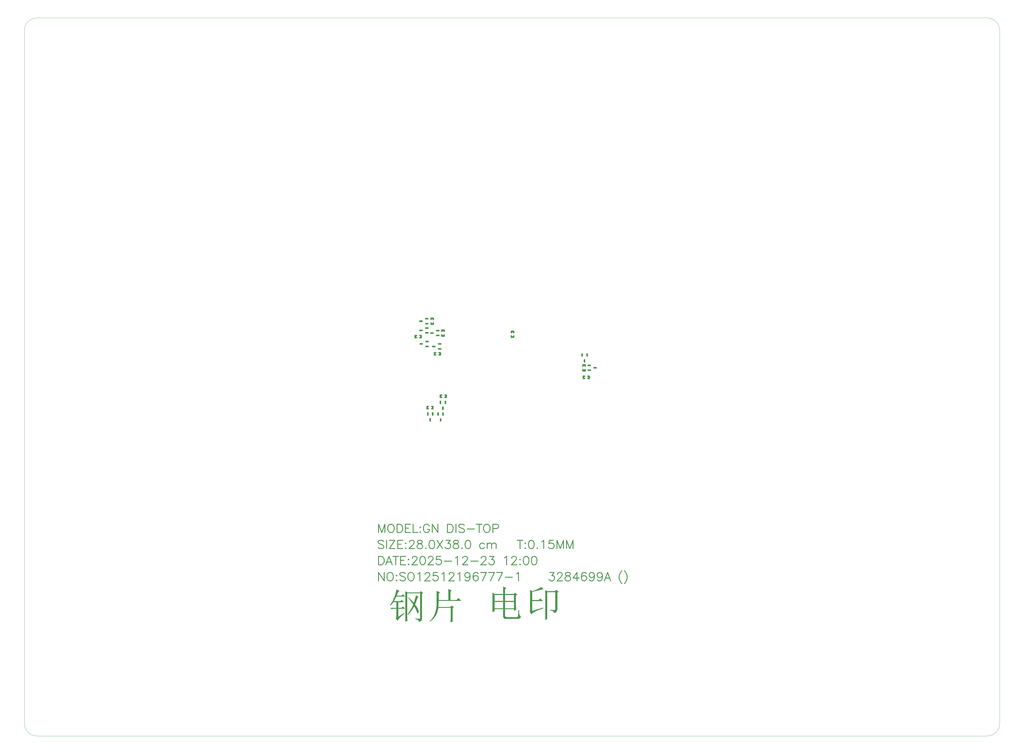
<source format=gbr>
G04 Generated by CircuitCAM Version 4.4*
%FSLAX33Y33*%
%MOMM*%
%ADD10C,0.000000*%
%ADD443C,0.300000*%
%LNSolderPasteTop*%
%LPD*%
G36*
G01X-3535Y-81708D02*
X-3524Y-82094D01*
X-3514Y-82490D01*
X-3507Y-82897D01*
X-3501Y-83313D01*
X-3496Y-83740D01*
X-3494Y-84177D01*
X-3494Y-84625D01*
X-6787Y-84624D01*
X-7660Y-84125D01*
X-7649Y-84608D01*
X-7639Y-85104D01*
X-7632Y-85614D01*
X-7626Y-86138D01*
X-7621Y-86676D01*
X-7619Y-87227D01*
X-7618Y-87791D01*
X-7619Y-88361D01*
X-7621Y-88927D01*
X-7626Y-89490D01*
X-7632Y-90050D01*
X-7639Y-90606D01*
X-7649Y-91159D01*
X-7660Y-91707D01*
X-7658Y-91707D01*
X-6827Y-91291D01*
X-6826Y-90541D01*
X-3494Y-90541D01*
X-3493Y-93207D01*
X-3470Y-93505D01*
X-3399Y-93757D01*
X-3280Y-93964D01*
X-3113Y-94125D01*
X-2899Y-94240D01*
X-2637Y-94310D01*
X-2327Y-94333D01*
X2006Y-94333D01*
X2179Y-94329D01*
X2339Y-94316D01*
X2488Y-94295D01*
X2625Y-94265D01*
X2750Y-94227D01*
X2863Y-94180D01*
X2964Y-94125D01*
X3057Y-94060D01*
X3145Y-93985D01*
X3227Y-93900D01*
X3304Y-93805D01*
X3377Y-93699D01*
X3444Y-93584D01*
X3504Y-93456D01*
X3403Y-93382D01*
X3306Y-93298D01*
X3216Y-93205D01*
X3133Y-93104D01*
X3056Y-92995D01*
X2987Y-92876D01*
X2923Y-92749D01*
X2878Y-92599D01*
X2842Y-92413D01*
X2811Y-92188D01*
X2788Y-91927D01*
X2771Y-91627D01*
X2760Y-91290D01*
X2756Y-90916D01*
X2465Y-90916D01*
X2465Y-90917D01*
X2453Y-91358D01*
X2438Y-91753D01*
X2422Y-92103D01*
X2404Y-92406D01*
X2385Y-92664D01*
X2363Y-92876D01*
X2340Y-93041D01*
X2318Y-93187D01*
X2278Y-93311D01*
X2219Y-93415D01*
X2141Y-93498D01*
X2045Y-93560D01*
X1930Y-93603D01*
X1798Y-93625D01*
X-2035Y-93625D01*
X-2213Y-93613D01*
X-2362Y-93576D01*
X-2486Y-93517D01*
X-2580Y-93432D01*
X-2648Y-93325D01*
X-2689Y-93195D01*
X-2701Y-93041D01*
X-2701Y-90541D01*
X756Y-90541D01*
X757Y-91207D01*
X759Y-91207D01*
X1588Y-90792D01*
X1588Y-90791D01*
X1568Y-90413D01*
X1550Y-89897D01*
X1534Y-89243D01*
X1522Y-88451D01*
X1514Y-87522D01*
X1509Y-86455D01*
X1507Y-85251D01*
X2004Y-84877D01*
X1257Y-84083D01*
X673Y-84625D01*
X-2701Y-84624D01*
X-2701Y-82709D01*
X-2247Y-82290D01*
X-3535Y-81708D01*
G37*
%LPC*%
G36*
G01X756Y-85000D02*
X-2701Y-85000D01*
X-2701Y-87332D01*
X756Y-87333D01*
X756Y-85000D01*
G37*
G36*
G01X-3494Y-85000D02*
X-6826Y-85000D01*
X-6826Y-87332D01*
X-3494Y-87333D01*
X-3494Y-85000D01*
G37*
G36*
G01X756Y-87708D02*
X-2701Y-87708D01*
X-2701Y-90165D01*
X756Y-90166D01*
X756Y-87708D01*
G37*
G36*
G01X-3494Y-87708D02*
X-6826Y-87708D01*
X-6826Y-90165D01*
X-3494Y-90166D01*
X-3494Y-87708D01*
G37*
%LPD*%
G36*
G01X-30656Y23174D02*
X-31576Y23174D01*
X-31696Y23142D01*
X-31784Y23054D01*
X-31816Y22934D01*
X-31816Y22389D01*
X-31784Y22269D01*
X-31696Y22181D01*
X-31576Y22149D01*
X-31346Y22149D01*
X-31346Y22484D01*
X-30886Y22484D01*
X-30886Y22149D01*
X-30656Y22149D01*
X-30536Y22181D01*
X-30448Y22269D01*
X-30416Y22389D01*
X-30416Y22934D01*
X-30448Y23054D01*
X-30536Y23142D01*
X-30656Y23174D01*
G37*
G36*
G01X-32738Y22987D02*
X-33763Y22987D01*
X-33796Y22983D01*
X-33828Y22972D01*
X-33856Y22954D01*
X-33880Y22931D01*
X-33898Y22902D01*
X-33909Y22870D01*
X-33913Y22837D01*
X-33913Y22537D01*
X-33909Y22504D01*
X-33898Y22472D01*
X-33880Y22443D01*
X-33856Y22420D01*
X-33828Y22402D01*
X-33796Y22391D01*
X-33763Y22387D01*
X-32738Y22387D01*
X-32704Y22391D01*
X-32672Y22402D01*
X-32644Y22420D01*
X-32620Y22443D01*
X-32602Y22472D01*
X-32591Y22504D01*
X-32588Y22537D01*
X-32588Y22837D01*
X-32591Y22870D01*
X-32602Y22902D01*
X-32620Y22931D01*
X-32644Y22954D01*
X-32672Y22972D01*
X-32704Y22983D01*
X-32738Y22987D01*
G37*
G36*
G01X-35012Y22037D02*
X-36037Y22037D01*
X-36071Y22033D01*
X-36103Y22022D01*
X-36131Y22004D01*
X-36155Y21981D01*
X-36173Y21952D01*
X-36184Y21920D01*
X-36187Y21887D01*
X-36187Y21587D01*
X-36184Y21554D01*
X-36173Y21522D01*
X-36155Y21493D01*
X-36131Y21470D01*
X-36103Y21452D01*
X-36071Y21441D01*
X-36037Y21437D01*
X-35012Y21437D01*
X-34979Y21441D01*
X-34947Y21452D01*
X-34919Y21470D01*
X-34895Y21493D01*
X-34877Y21522D01*
X-34866Y21554D01*
X-34862Y21587D01*
X-34862Y21887D01*
X-34866Y21920D01*
X-34877Y21952D01*
X-34895Y21981D01*
X-34919Y22004D01*
X-34947Y22022D01*
X-34979Y22033D01*
X-35012Y22037D01*
G37*
G36*
G01X-30656Y21349D02*
X-30886Y21349D01*
X-30886Y21014D01*
X-31346Y21014D01*
X-31346Y21349D01*
X-31576Y21349D01*
X-31696Y21317D01*
X-31784Y21229D01*
X-31816Y21109D01*
X-31816Y20564D01*
X-31784Y20444D01*
X-31696Y20356D01*
X-31576Y20324D01*
X-30656Y20324D01*
X-30536Y20356D01*
X-30448Y20444D01*
X-30416Y20564D01*
X-30416Y21109D01*
X-30448Y21229D01*
X-30536Y21317D01*
X-30656Y21349D01*
G37*
G36*
G01X-32738Y21087D02*
X-33763Y21087D01*
X-33796Y21083D01*
X-33828Y21072D01*
X-33856Y21054D01*
X-33880Y21031D01*
X-33898Y21002D01*
X-33909Y20970D01*
X-33913Y20937D01*
X-33913Y20637D01*
X-33909Y20604D01*
X-33898Y20572D01*
X-33880Y20543D01*
X-33856Y20520D01*
X-33828Y20502D01*
X-33796Y20491D01*
X-33763Y20487D01*
X-32738Y20487D01*
X-32704Y20491D01*
X-32672Y20502D01*
X-32644Y20520D01*
X-32620Y20543D01*
X-32602Y20572D01*
X-32591Y20604D01*
X-32588Y20637D01*
X-32588Y20937D01*
X-32591Y20970D01*
X-32602Y21002D01*
X-32620Y21031D01*
X-32644Y21054D01*
X-32672Y21072D01*
X-32704Y21083D01*
X-32738Y21087D01*
G37*
G36*
G01X-32718Y19390D02*
X-33743Y19390D01*
X-33776Y19386D01*
X-33808Y19375D01*
X-33836Y19357D01*
X-33860Y19334D01*
X-33878Y19305D01*
X-33889Y19273D01*
X-33893Y19240D01*
X-33893Y18940D01*
X-33889Y18907D01*
X-33878Y18875D01*
X-33860Y18846D01*
X-33836Y18823D01*
X-33808Y18805D01*
X-33776Y18794D01*
X-33743Y18790D01*
X-32718Y18790D01*
X-32684Y18794D01*
X-32652Y18805D01*
X-32624Y18823D01*
X-32600Y18846D01*
X-32582Y18875D01*
X-32571Y18907D01*
X-32568Y18940D01*
X-32568Y19240D01*
X-32571Y19273D01*
X-32582Y19305D01*
X-32600Y19334D01*
X-32624Y19357D01*
X-32652Y19375D01*
X-32684Y19386D01*
X-32718Y19390D01*
G37*
G36*
G01X-26465Y18522D02*
X-27385Y18522D01*
X-27505Y18490D01*
X-27593Y18402D01*
X-27625Y18282D01*
X-27625Y17737D01*
X-27593Y17617D01*
X-27505Y17529D01*
X-27385Y17497D01*
X-27155Y17497D01*
X-27155Y17832D01*
X-26695Y17832D01*
X-26695Y17497D01*
X-26465Y17497D01*
X-26345Y17529D01*
X-26257Y17617D01*
X-26225Y17737D01*
X-26225Y18282D01*
X-26257Y18402D01*
X-26345Y18490D01*
X-26465Y18522D01*
G37*
G36*
G01X-34993Y18440D02*
X-36018Y18440D01*
X-36051Y18436D01*
X-36083Y18425D01*
X-36111Y18407D01*
X-36135Y18384D01*
X-36153Y18355D01*
X-36164Y18323D01*
X-36168Y18290D01*
X-36168Y17990D01*
X-36164Y17957D01*
X-36153Y17925D01*
X-36135Y17896D01*
X-36111Y17873D01*
X-36083Y17855D01*
X-36051Y17844D01*
X-36018Y17840D01*
X-34993Y17840D01*
X-34959Y17844D01*
X-34927Y17855D01*
X-34899Y17873D01*
X-34875Y17896D01*
X-34857Y17925D01*
X-34846Y17957D01*
X-34843Y17990D01*
X-34843Y18290D01*
X-34846Y18323D01*
X-34857Y18355D01*
X-34875Y18384D01*
X-34899Y18407D01*
X-34927Y18425D01*
X-34959Y18436D01*
X-34993Y18440D01*
G37*
G36*
G01X-28425Y18374D02*
X-29450Y18374D01*
X-29483Y18370D01*
X-29515Y18359D01*
X-29543Y18341D01*
X-29567Y18318D01*
X-29585Y18289D01*
X-29596Y18257D01*
X-29600Y18224D01*
X-29600Y17924D01*
X-29596Y17891D01*
X-29585Y17859D01*
X-29567Y17830D01*
X-29543Y17807D01*
X-29515Y17789D01*
X-29483Y17778D01*
X-29450Y17774D01*
X-28425Y17774D01*
X-28391Y17778D01*
X-28359Y17789D01*
X-28331Y17807D01*
X-28307Y17830D01*
X-28289Y17859D01*
X-28278Y17891D01*
X-28275Y17924D01*
X-28275Y18224D01*
X-28278Y18257D01*
X-28289Y18289D01*
X-28307Y18318D01*
X-28331Y18341D01*
X-28359Y18359D01*
X-28391Y18370D01*
X-28425Y18374D01*
G37*
G36*
G01X637Y18065D02*
X-283Y18065D01*
X-403Y18032D01*
X-491Y17945D01*
X-523Y17825D01*
X-523Y17280D01*
X-491Y17160D01*
X-403Y17072D01*
X-283Y17040D01*
X-53Y17040D01*
X-53Y17375D01*
X407Y17375D01*
X407Y17040D01*
X637Y17040D01*
X757Y17072D01*
X845Y17160D01*
X877Y17280D01*
X877Y17825D01*
X845Y17945D01*
X757Y18032D01*
X637Y18065D01*
G37*
G36*
G01X-32718Y17490D02*
X-33743Y17490D01*
X-33776Y17486D01*
X-33808Y17475D01*
X-33836Y17457D01*
X-33860Y17434D01*
X-33878Y17405D01*
X-33889Y17373D01*
X-33893Y17340D01*
X-33893Y17040D01*
X-33889Y17007D01*
X-33878Y16975D01*
X-33860Y16946D01*
X-33836Y16923D01*
X-33808Y16905D01*
X-33776Y16894D01*
X-33743Y16890D01*
X-32718Y16890D01*
X-32684Y16894D01*
X-32652Y16905D01*
X-32624Y16923D01*
X-32600Y16946D01*
X-32582Y16975D01*
X-32571Y17007D01*
X-32568Y17040D01*
X-32568Y17340D01*
X-32571Y17373D01*
X-32582Y17405D01*
X-32600Y17434D01*
X-32624Y17457D01*
X-32652Y17475D01*
X-32684Y17486D01*
X-32718Y17490D01*
G37*
G36*
G01X-30699Y17424D02*
X-31724Y17424D01*
X-31758Y17420D01*
X-31790Y17409D01*
X-31818Y17391D01*
X-31842Y17368D01*
X-31860Y17339D01*
X-31871Y17307D01*
X-31874Y17274D01*
X-31874Y16974D01*
X-31871Y16941D01*
X-31860Y16909D01*
X-31842Y16880D01*
X-31818Y16857D01*
X-31790Y16839D01*
X-31758Y16828D01*
X-31724Y16824D01*
X-30699Y16824D01*
X-30666Y16828D01*
X-30634Y16839D01*
X-30606Y16857D01*
X-30582Y16880D01*
X-30564Y16909D01*
X-30553Y16941D01*
X-30549Y16974D01*
X-30549Y17274D01*
X-30553Y17307D01*
X-30564Y17339D01*
X-30582Y17368D01*
X-30606Y17391D01*
X-30634Y17409D01*
X-30666Y17420D01*
X-30699Y17424D01*
G37*
G36*
G01X-26465Y16697D02*
X-26695Y16697D01*
X-26695Y16362D01*
X-27155Y16362D01*
X-27155Y16697D01*
X-27385Y16697D01*
X-27505Y16665D01*
X-27593Y16577D01*
X-27625Y16457D01*
X-27625Y15912D01*
X-27593Y15792D01*
X-27505Y15704D01*
X-27385Y15672D01*
X-26465Y15672D01*
X-26345Y15704D01*
X-26257Y15792D01*
X-26225Y15912D01*
X-26225Y16457D01*
X-26257Y16577D01*
X-26345Y16665D01*
X-26465Y16697D01*
G37*
G36*
G01X-28425Y16474D02*
X-29450Y16474D01*
X-29483Y16470D01*
X-29515Y16459D01*
X-29543Y16441D01*
X-29567Y16418D01*
X-29585Y16389D01*
X-29596Y16357D01*
X-29600Y16324D01*
X-29600Y16024D01*
X-29596Y15991D01*
X-29585Y15959D01*
X-29567Y15930D01*
X-29543Y15907D01*
X-29515Y15889D01*
X-29483Y15878D01*
X-29450Y15874D01*
X-28425Y15874D01*
X-28391Y15878D01*
X-28359Y15889D01*
X-28331Y15907D01*
X-28307Y15930D01*
X-28289Y15959D01*
X-28278Y15991D01*
X-28275Y16024D01*
X-28275Y16324D01*
X-28278Y16357D01*
X-28289Y16389D01*
X-28307Y16418D01*
X-28331Y16441D01*
X-28359Y16459D01*
X-28391Y16470D01*
X-28425Y16474D01*
G37*
G36*
G01X-35390Y16427D02*
X-35935Y16427D01*
X-36055Y16395D01*
X-36143Y16307D01*
X-36175Y16187D01*
X-36175Y15957D01*
X-35840Y15957D01*
X-35840Y15497D01*
X-36175Y15497D01*
X-36175Y15267D01*
X-36143Y15147D01*
X-36055Y15059D01*
X-35935Y15027D01*
X-35390Y15027D01*
X-35270Y15059D01*
X-35182Y15147D01*
X-35150Y15267D01*
X-35150Y16187D01*
X-35182Y16307D01*
X-35270Y16395D01*
X-35390Y16427D01*
G37*
G36*
G01X-37215Y16427D02*
X-37760Y16427D01*
X-37880Y16395D01*
X-37968Y16307D01*
X-38000Y16187D01*
X-38000Y15267D01*
X-37968Y15147D01*
X-37880Y15059D01*
X-37760Y15027D01*
X-37215Y15027D01*
X-37095Y15059D01*
X-37007Y15147D01*
X-36975Y15267D01*
X-36975Y15497D01*
X-37310Y15497D01*
X-37310Y15957D01*
X-36975Y15957D01*
X-36975Y16187D01*
X-37007Y16307D01*
X-37095Y16395D01*
X-37215Y16427D01*
G37*
G36*
G01X637Y16240D02*
X407Y16240D01*
X407Y15905D01*
X-53Y15905D01*
X-53Y16240D01*
X-283Y16240D01*
X-403Y16207D01*
X-491Y16120D01*
X-523Y16000D01*
X-523Y15455D01*
X-491Y15335D01*
X-403Y15247D01*
X-283Y15215D01*
X637Y15215D01*
X757Y15247D01*
X845Y15335D01*
X877Y15455D01*
X877Y16000D01*
X845Y16120D01*
X757Y16207D01*
X637Y16240D01*
G37*
G36*
G01X-32595Y14107D02*
X-33620Y14107D01*
X-33654Y14103D01*
X-33686Y14092D01*
X-33714Y14074D01*
X-33738Y14051D01*
X-33756Y14022D01*
X-33767Y13990D01*
X-33770Y13957D01*
X-33770Y13657D01*
X-33767Y13624D01*
X-33756Y13592D01*
X-33738Y13563D01*
X-33714Y13540D01*
X-33686Y13522D01*
X-33654Y13511D01*
X-33620Y13507D01*
X-32595Y13507D01*
X-32562Y13511D01*
X-32530Y13522D01*
X-32502Y13540D01*
X-32478Y13563D01*
X-32460Y13592D01*
X-32449Y13624D01*
X-32445Y13657D01*
X-32445Y13957D01*
X-32449Y13990D01*
X-32460Y14022D01*
X-32478Y14051D01*
X-32502Y14074D01*
X-32530Y14092D01*
X-32562Y14103D01*
X-32595Y14107D01*
G37*
G36*
G01X-27708Y13157D02*
X-28733Y13157D01*
X-28767Y13153D01*
X-28799Y13142D01*
X-28827Y13124D01*
X-28851Y13101D01*
X-28869Y13072D01*
X-28880Y13040D01*
X-28883Y13007D01*
X-28883Y12707D01*
X-28880Y12674D01*
X-28869Y12642D01*
X-28851Y12613D01*
X-28827Y12590D01*
X-28799Y12572D01*
X-28767Y12561D01*
X-28733Y12557D01*
X-27708Y12557D01*
X-27675Y12561D01*
X-27643Y12572D01*
X-27615Y12590D01*
X-27591Y12613D01*
X-27573Y12642D01*
X-27562Y12674D01*
X-27558Y12707D01*
X-27558Y13007D01*
X-27562Y13040D01*
X-27573Y13072D01*
X-27591Y13101D01*
X-27615Y13124D01*
X-27643Y13142D01*
X-27675Y13153D01*
X-27708Y13157D01*
G37*
G36*
G01X-34870Y13157D02*
X-35895Y13157D01*
X-35929Y13153D01*
X-35961Y13142D01*
X-35989Y13124D01*
X-36013Y13101D01*
X-36031Y13072D01*
X-36042Y13040D01*
X-36045Y13007D01*
X-36045Y12707D01*
X-36042Y12674D01*
X-36031Y12642D01*
X-36013Y12613D01*
X-35989Y12590D01*
X-35961Y12572D01*
X-35929Y12561D01*
X-35895Y12557D01*
X-34870Y12557D01*
X-34837Y12561D01*
X-34805Y12572D01*
X-34777Y12590D01*
X-34753Y12613D01*
X-34735Y12642D01*
X-34724Y12674D01*
X-34720Y12707D01*
X-34720Y13007D01*
X-34724Y13040D01*
X-34735Y13072D01*
X-34753Y13101D01*
X-34777Y13124D01*
X-34805Y13142D01*
X-34837Y13153D01*
X-34870Y13157D01*
G37*
G36*
G01X-29983Y12207D02*
X-31008Y12207D01*
X-31042Y12203D01*
X-31074Y12192D01*
X-31102Y12174D01*
X-31126Y12151D01*
X-31144Y12122D01*
X-31155Y12090D01*
X-31158Y12057D01*
X-31158Y11757D01*
X-31155Y11724D01*
X-31144Y11692D01*
X-31126Y11663D01*
X-31102Y11640D01*
X-31074Y11622D01*
X-31042Y11611D01*
X-31008Y11607D01*
X-29983Y11607D01*
X-29950Y11611D01*
X-29918Y11622D01*
X-29890Y11640D01*
X-29866Y11663D01*
X-29848Y11692D01*
X-29837Y11724D01*
X-29833Y11757D01*
X-29833Y12057D01*
X-29837Y12090D01*
X-29848Y12122D01*
X-29866Y12151D01*
X-29890Y12174D01*
X-29918Y12192D01*
X-29950Y12203D01*
X-29983Y12207D01*
G37*
G36*
G01X-32595Y12207D02*
X-33620Y12207D01*
X-33654Y12203D01*
X-33686Y12192D01*
X-33714Y12174D01*
X-33738Y12151D01*
X-33756Y12122D01*
X-33767Y12090D01*
X-33770Y12057D01*
X-33770Y11757D01*
X-33767Y11724D01*
X-33756Y11692D01*
X-33738Y11663D01*
X-33714Y11640D01*
X-33686Y11622D01*
X-33654Y11611D01*
X-33620Y11607D01*
X-32595Y11607D01*
X-32562Y11611D01*
X-32530Y11622D01*
X-32502Y11640D01*
X-32478Y11663D01*
X-32460Y11692D01*
X-32449Y11724D01*
X-32445Y11757D01*
X-32445Y12057D01*
X-32449Y12090D01*
X-32460Y12122D01*
X-32478Y12151D01*
X-32502Y12174D01*
X-32530Y12192D01*
X-32562Y12203D01*
X-32595Y12207D01*
G37*
G36*
G01X-27708Y11257D02*
X-28733Y11257D01*
X-28767Y11253D01*
X-28799Y11242D01*
X-28827Y11224D01*
X-28851Y11201D01*
X-28869Y11172D01*
X-28880Y11140D01*
X-28883Y11107D01*
X-28883Y10807D01*
X-28880Y10774D01*
X-28869Y10742D01*
X-28851Y10713D01*
X-28827Y10690D01*
X-28799Y10672D01*
X-28767Y10661D01*
X-28733Y10657D01*
X-27708Y10657D01*
X-27675Y10661D01*
X-27643Y10672D01*
X-27615Y10690D01*
X-27591Y10713D01*
X-27573Y10742D01*
X-27562Y10774D01*
X-27558Y10807D01*
X-27558Y11107D01*
X-27562Y11140D01*
X-27573Y11172D01*
X-27591Y11201D01*
X-27615Y11224D01*
X-27643Y11242D01*
X-27675Y11253D01*
X-27708Y11257D01*
G37*
G36*
G01X-27901Y9721D02*
X-28446Y9721D01*
X-28566Y9689D01*
X-28654Y9601D01*
X-28686Y9481D01*
X-28686Y9251D01*
X-28351Y9251D01*
X-28351Y8791D01*
X-28686Y8791D01*
X-28686Y8561D01*
X-28654Y8441D01*
X-28566Y8354D01*
X-28446Y8321D01*
X-27901Y8321D01*
X-27781Y8354D01*
X-27693Y8441D01*
X-27661Y8561D01*
X-27661Y9481D01*
X-27693Y9601D01*
X-27781Y9689D01*
X-27901Y9721D01*
G37*
G36*
G01X-29726Y9721D02*
X-30271Y9721D01*
X-30391Y9689D01*
X-30479Y9601D01*
X-30511Y9481D01*
X-30511Y8561D01*
X-30479Y8441D01*
X-30391Y8354D01*
X-30271Y8321D01*
X-29726Y8321D01*
X-29606Y8354D01*
X-29518Y8441D01*
X-29486Y8561D01*
X-29486Y8791D01*
X-29821Y8791D01*
X-29821Y9251D01*
X-29486Y9251D01*
X-29486Y9481D01*
X-29518Y9601D01*
X-29606Y9689D01*
X-29726Y9721D01*
G37*
G36*
G01X29344Y9226D02*
X29044Y9226D01*
X29011Y9223D01*
X28979Y9212D01*
X28950Y9194D01*
X28927Y9170D01*
X28909Y9142D01*
X28898Y9110D01*
X28894Y9076D01*
X28894Y8051D01*
X28898Y8018D01*
X28909Y7986D01*
X28927Y7958D01*
X28950Y7934D01*
X28979Y7916D01*
X29011Y7905D01*
X29044Y7901D01*
X29344Y7901D01*
X29377Y7905D01*
X29409Y7916D01*
X29438Y7934D01*
X29461Y7958D01*
X29479Y7986D01*
X29490Y8018D01*
X29494Y8051D01*
X29494Y9076D01*
X29490Y9110D01*
X29479Y9142D01*
X29461Y9170D01*
X29438Y9194D01*
X29409Y9212D01*
X29377Y9223D01*
X29344Y9226D01*
G37*
G36*
G01X27444Y9226D02*
X27144Y9226D01*
X27111Y9223D01*
X27079Y9212D01*
X27050Y9194D01*
X27027Y9170D01*
X27009Y9142D01*
X26998Y9110D01*
X26994Y9076D01*
X26994Y8051D01*
X26998Y8018D01*
X27009Y7986D01*
X27027Y7958D01*
X27050Y7934D01*
X27079Y7916D01*
X27111Y7905D01*
X27144Y7901D01*
X27444Y7901D01*
X27477Y7905D01*
X27509Y7916D01*
X27538Y7934D01*
X27561Y7958D01*
X27579Y7986D01*
X27590Y8018D01*
X27594Y8051D01*
X27594Y9076D01*
X27590Y9110D01*
X27579Y9142D01*
X27561Y9170D01*
X27538Y9194D01*
X27509Y9212D01*
X27477Y9223D01*
X27444Y9226D01*
G37*
G36*
G01X28394Y6951D02*
X28094Y6951D01*
X28061Y6948D01*
X28029Y6937D01*
X28000Y6919D01*
X27977Y6895D01*
X27959Y6867D01*
X27948Y6835D01*
X27944Y6801D01*
X27944Y5776D01*
X27948Y5743D01*
X27959Y5711D01*
X27977Y5683D01*
X28000Y5659D01*
X28029Y5641D01*
X28061Y5630D01*
X28094Y5626D01*
X28394Y5626D01*
X28427Y5630D01*
X28459Y5641D01*
X28488Y5659D01*
X28511Y5683D01*
X28529Y5711D01*
X28540Y5743D01*
X28544Y5776D01*
X28544Y6801D01*
X28540Y6835D01*
X28529Y6867D01*
X28511Y6895D01*
X28488Y6919D01*
X28459Y6937D01*
X28427Y6948D01*
X28394Y6951D01*
G37*
G36*
G01X28501Y4987D02*
X27581Y4987D01*
X27461Y4955D01*
X27373Y4867D01*
X27341Y4747D01*
X27341Y4202D01*
X27373Y4082D01*
X27461Y3994D01*
X27581Y3962D01*
X27810Y3962D01*
X27810Y4297D01*
X28270Y4297D01*
X28270Y3962D01*
X28501Y3962D01*
X28621Y3994D01*
X28708Y4082D01*
X28741Y4202D01*
X28741Y4747D01*
X28708Y4867D01*
X28621Y4955D01*
X28501Y4987D01*
G37*
G36*
G01X30574Y4836D02*
X29549Y4836D01*
X29516Y4832D01*
X29484Y4821D01*
X29456Y4803D01*
X29432Y4780D01*
X29414Y4751D01*
X29403Y4719D01*
X29399Y4686D01*
X29399Y4386D01*
X29403Y4353D01*
X29414Y4321D01*
X29432Y4292D01*
X29456Y4269D01*
X29484Y4251D01*
X29516Y4240D01*
X29549Y4236D01*
X30574Y4236D01*
X30608Y4240D01*
X30640Y4251D01*
X30668Y4269D01*
X30692Y4292D01*
X30710Y4321D01*
X30721Y4353D01*
X30724Y4386D01*
X30724Y4686D01*
X30721Y4719D01*
X30710Y4751D01*
X30692Y4780D01*
X30668Y4803D01*
X30640Y4821D01*
X30608Y4832D01*
X30574Y4836D01*
G37*
G36*
G01X32849Y3886D02*
X31824Y3886D01*
X31791Y3882D01*
X31759Y3871D01*
X31731Y3853D01*
X31707Y3830D01*
X31689Y3801D01*
X31678Y3769D01*
X31674Y3736D01*
X31674Y3436D01*
X31678Y3403D01*
X31689Y3371D01*
X31707Y3342D01*
X31731Y3319D01*
X31759Y3301D01*
X31791Y3290D01*
X31824Y3286D01*
X32849Y3286D01*
X32883Y3290D01*
X32915Y3301D01*
X32943Y3319D01*
X32967Y3342D01*
X32985Y3371D01*
X32996Y3403D01*
X32999Y3436D01*
X32999Y3736D01*
X32996Y3769D01*
X32985Y3801D01*
X32967Y3830D01*
X32943Y3853D01*
X32915Y3871D01*
X32883Y3882D01*
X32849Y3886D01*
G37*
G36*
G01X28501Y3162D02*
X28270Y3162D01*
X28270Y2827D01*
X27810Y2827D01*
X27810Y3162D01*
X27581Y3162D01*
X27461Y3130D01*
X27373Y3042D01*
X27341Y2922D01*
X27341Y2377D01*
X27373Y2257D01*
X27461Y2169D01*
X27581Y2137D01*
X28501Y2137D01*
X28621Y2169D01*
X28708Y2257D01*
X28741Y2377D01*
X28741Y2922D01*
X28708Y3042D01*
X28621Y3130D01*
X28501Y3162D01*
G37*
G36*
G01X30574Y2936D02*
X29549Y2936D01*
X29516Y2932D01*
X29484Y2921D01*
X29456Y2903D01*
X29432Y2880D01*
X29414Y2851D01*
X29403Y2819D01*
X29399Y2786D01*
X29399Y2486D01*
X29403Y2453D01*
X29414Y2421D01*
X29432Y2392D01*
X29456Y2369D01*
X29484Y2351D01*
X29516Y2340D01*
X29549Y2336D01*
X30574Y2336D01*
X30608Y2340D01*
X30640Y2351D01*
X30668Y2369D01*
X30692Y2392D01*
X30710Y2421D01*
X30721Y2453D01*
X30724Y2486D01*
X30724Y2786D01*
X30721Y2819D01*
X30710Y2851D01*
X30692Y2880D01*
X30668Y2903D01*
X30640Y2921D01*
X30608Y2932D01*
X30574Y2936D01*
G37*
G36*
G01X30091Y552D02*
X29546Y552D01*
X29426Y520D01*
X29338Y432D01*
X29306Y312D01*
X29306Y82D01*
X29641Y82D01*
X29641Y-378D01*
X29306Y-378D01*
X29306Y-608D01*
X29338Y-728D01*
X29426Y-816D01*
X29546Y-848D01*
X30091Y-848D01*
X30211Y-816D01*
X30299Y-728D01*
X30331Y-608D01*
X30331Y312D01*
X30299Y432D01*
X30211Y520D01*
X30091Y552D01*
G37*
G36*
G01X28266Y552D02*
X27721Y552D01*
X27601Y520D01*
X27513Y432D01*
X27481Y312D01*
X27481Y-608D01*
X27513Y-728D01*
X27601Y-816D01*
X27721Y-848D01*
X28266Y-848D01*
X28386Y-816D01*
X28474Y-728D01*
X28506Y-608D01*
X28506Y-378D01*
X28171Y-378D01*
X28171Y82D01*
X28506Y82D01*
X28506Y312D01*
X28474Y432D01*
X28386Y520D01*
X28266Y552D01*
G37*
G36*
G01X-25612Y-6814D02*
X-26157Y-6814D01*
X-26277Y-6846D01*
X-26365Y-6934D01*
X-26397Y-7054D01*
X-26397Y-7284D01*
X-26062Y-7284D01*
X-26062Y-7744D01*
X-26397Y-7744D01*
X-26397Y-7974D01*
X-26365Y-8094D01*
X-26277Y-8182D01*
X-26157Y-8214D01*
X-25612Y-8214D01*
X-25492Y-8182D01*
X-25404Y-8094D01*
X-25372Y-7974D01*
X-25372Y-7054D01*
X-25404Y-6934D01*
X-25492Y-6846D01*
X-25612Y-6814D01*
G37*
G36*
G01X-27437Y-6814D02*
X-27982Y-6814D01*
X-28102Y-6846D01*
X-28190Y-6934D01*
X-28222Y-7054D01*
X-28222Y-7974D01*
X-28190Y-8094D01*
X-28102Y-8182D01*
X-27982Y-8214D01*
X-27437Y-8214D01*
X-27317Y-8182D01*
X-27229Y-8094D01*
X-27197Y-7974D01*
X-27197Y-7744D01*
X-27532Y-7744D01*
X-27532Y-7284D01*
X-27197Y-7284D01*
X-27197Y-7054D01*
X-27229Y-6934D01*
X-27317Y-6846D01*
X-27437Y-6814D01*
G37*
G36*
G01X-25851Y-9278D02*
X-26151Y-9278D01*
X-26184Y-9282D01*
X-26216Y-9293D01*
X-26245Y-9311D01*
X-26268Y-9335D01*
X-26286Y-9363D01*
X-26297Y-9395D01*
X-26301Y-9428D01*
X-26301Y-10453D01*
X-26297Y-10487D01*
X-26286Y-10519D01*
X-26268Y-10547D01*
X-26245Y-10571D01*
X-26216Y-10589D01*
X-26184Y-10600D01*
X-26151Y-10603D01*
X-25851Y-10603D01*
X-25818Y-10600D01*
X-25786Y-10589D01*
X-25757Y-10571D01*
X-25734Y-10547D01*
X-25716Y-10519D01*
X-25705Y-10487D01*
X-25701Y-10453D01*
X-25701Y-9428D01*
X-25705Y-9395D01*
X-25716Y-9363D01*
X-25734Y-9335D01*
X-25757Y-9311D01*
X-25786Y-9293D01*
X-25818Y-9282D01*
X-25851Y-9278D01*
G37*
G36*
G01X-27751Y-9278D02*
X-28051Y-9278D01*
X-28084Y-9282D01*
X-28116Y-9293D01*
X-28145Y-9311D01*
X-28168Y-9335D01*
X-28186Y-9363D01*
X-28197Y-9395D01*
X-28201Y-9428D01*
X-28201Y-10453D01*
X-28197Y-10487D01*
X-28186Y-10519D01*
X-28168Y-10547D01*
X-28145Y-10571D01*
X-28116Y-10589D01*
X-28084Y-10600D01*
X-28051Y-10603D01*
X-27751Y-10603D01*
X-27718Y-10600D01*
X-27686Y-10589D01*
X-27657Y-10571D01*
X-27634Y-10547D01*
X-27616Y-10519D01*
X-27605Y-10487D01*
X-27601Y-10453D01*
X-27601Y-9428D01*
X-27605Y-9395D01*
X-27616Y-9363D01*
X-27634Y-9335D01*
X-27657Y-9311D01*
X-27686Y-9293D01*
X-27718Y-9282D01*
X-27751Y-9278D01*
G37*
G36*
G01X-30793Y-11259D02*
X-31338Y-11259D01*
X-31458Y-11291D01*
X-31546Y-11379D01*
X-31578Y-11499D01*
X-31578Y-11729D01*
X-31243Y-11729D01*
X-31243Y-12189D01*
X-31578Y-12189D01*
X-31578Y-12419D01*
X-31546Y-12539D01*
X-31458Y-12627D01*
X-31338Y-12659D01*
X-30793Y-12659D01*
X-30673Y-12627D01*
X-30585Y-12539D01*
X-30553Y-12419D01*
X-30553Y-11499D01*
X-30585Y-11379D01*
X-30673Y-11291D01*
X-30793Y-11259D01*
G37*
G36*
G01X-32618Y-11259D02*
X-33163Y-11259D01*
X-33283Y-11291D01*
X-33371Y-11379D01*
X-33403Y-11499D01*
X-33403Y-12419D01*
X-33371Y-12539D01*
X-33283Y-12627D01*
X-33163Y-12659D01*
X-32618Y-12659D01*
X-32498Y-12627D01*
X-32410Y-12539D01*
X-32378Y-12419D01*
X-32378Y-12189D01*
X-32713Y-12189D01*
X-32713Y-11729D01*
X-32378Y-11729D01*
X-32378Y-11499D01*
X-32410Y-11379D01*
X-32498Y-11291D01*
X-32618Y-11259D01*
G37*
G36*
G01X-26801Y-11553D02*
X-27101Y-11553D01*
X-27134Y-11557D01*
X-27166Y-11568D01*
X-27195Y-11586D01*
X-27218Y-11610D01*
X-27236Y-11638D01*
X-27247Y-11670D01*
X-27251Y-11703D01*
X-27251Y-12728D01*
X-27247Y-12762D01*
X-27236Y-12794D01*
X-27218Y-12822D01*
X-27195Y-12846D01*
X-27166Y-12864D01*
X-27134Y-12875D01*
X-27101Y-12878D01*
X-26801Y-12878D01*
X-26768Y-12875D01*
X-26736Y-12864D01*
X-26707Y-12846D01*
X-26684Y-12822D01*
X-26666Y-12794D01*
X-26655Y-12762D01*
X-26651Y-12728D01*
X-26651Y-11703D01*
X-26655Y-11670D01*
X-26666Y-11638D01*
X-26684Y-11610D01*
X-26707Y-11586D01*
X-26736Y-11568D01*
X-26768Y-11557D01*
X-26801Y-11553D01*
G37*
G36*
G01X-30778Y-13746D02*
X-31078Y-13746D01*
X-31111Y-13749D01*
X-31143Y-13760D01*
X-31172Y-13778D01*
X-31195Y-13802D01*
X-31213Y-13830D01*
X-31224Y-13862D01*
X-31228Y-13896D01*
X-31228Y-14921D01*
X-31224Y-14954D01*
X-31213Y-14986D01*
X-31195Y-15014D01*
X-31172Y-15038D01*
X-31143Y-15056D01*
X-31111Y-15067D01*
X-31078Y-15070D01*
X-30778Y-15070D01*
X-30745Y-15067D01*
X-30713Y-15056D01*
X-30684Y-15038D01*
X-30661Y-15014D01*
X-30643Y-14986D01*
X-30632Y-14954D01*
X-30628Y-14921D01*
X-30628Y-13896D01*
X-30632Y-13862D01*
X-30643Y-13830D01*
X-30661Y-13802D01*
X-30684Y-13778D01*
X-30713Y-13760D01*
X-30745Y-13749D01*
X-30778Y-13746D01*
G37*
G36*
G01X-32678Y-13746D02*
X-32978Y-13746D01*
X-33011Y-13749D01*
X-33043Y-13760D01*
X-33072Y-13778D01*
X-33095Y-13802D01*
X-33113Y-13830D01*
X-33124Y-13862D01*
X-33128Y-13896D01*
X-33128Y-14921D01*
X-33124Y-14954D01*
X-33113Y-14986D01*
X-33095Y-15014D01*
X-33072Y-15038D01*
X-33043Y-15056D01*
X-33011Y-15067D01*
X-32978Y-15070D01*
X-32678Y-15070D01*
X-32645Y-15067D01*
X-32613Y-15056D01*
X-32584Y-15038D01*
X-32561Y-15014D01*
X-32543Y-14986D01*
X-32532Y-14954D01*
X-32528Y-14921D01*
X-32528Y-13896D01*
X-32532Y-13862D01*
X-32543Y-13830D01*
X-32561Y-13802D01*
X-32584Y-13778D01*
X-32613Y-13760D01*
X-32645Y-13749D01*
X-32678Y-13746D01*
G37*
G36*
G01X-26765Y-13791D02*
X-27065Y-13791D01*
X-27098Y-13795D01*
X-27130Y-13806D01*
X-27159Y-13824D01*
X-27182Y-13848D01*
X-27200Y-13876D01*
X-27211Y-13908D01*
X-27215Y-13941D01*
X-27215Y-14966D01*
X-27211Y-15000D01*
X-27200Y-15032D01*
X-27182Y-15060D01*
X-27159Y-15084D01*
X-27130Y-15102D01*
X-27098Y-15113D01*
X-27065Y-15116D01*
X-26765Y-15116D01*
X-26732Y-15113D01*
X-26700Y-15102D01*
X-26671Y-15084D01*
X-26648Y-15060D01*
X-26630Y-15032D01*
X-26619Y-15000D01*
X-26615Y-14966D01*
X-26615Y-13941D01*
X-26619Y-13908D01*
X-26630Y-13876D01*
X-26648Y-13848D01*
X-26671Y-13824D01*
X-26700Y-13806D01*
X-26732Y-13795D01*
X-26765Y-13791D01*
G37*
G36*
G01X-28665Y-13791D02*
X-28965Y-13791D01*
X-28998Y-13795D01*
X-29030Y-13806D01*
X-29059Y-13824D01*
X-29082Y-13848D01*
X-29100Y-13876D01*
X-29111Y-13908D01*
X-29115Y-13941D01*
X-29115Y-14966D01*
X-29111Y-15000D01*
X-29100Y-15032D01*
X-29082Y-15060D01*
X-29059Y-15084D01*
X-29030Y-15102D01*
X-28998Y-15113D01*
X-28965Y-15116D01*
X-28665Y-15116D01*
X-28632Y-15113D01*
X-28600Y-15102D01*
X-28571Y-15084D01*
X-28548Y-15060D01*
X-28530Y-15032D01*
X-28519Y-15000D01*
X-28515Y-14966D01*
X-28515Y-13941D01*
X-28519Y-13908D01*
X-28530Y-13876D01*
X-28548Y-13848D01*
X-28571Y-13824D01*
X-28600Y-13806D01*
X-28632Y-13795D01*
X-28665Y-13791D01*
G37*
G36*
G01X-31728Y-16021D02*
X-32028Y-16021D01*
X-32061Y-16024D01*
X-32093Y-16035D01*
X-32122Y-16053D01*
X-32145Y-16077D01*
X-32163Y-16105D01*
X-32174Y-16137D01*
X-32178Y-16171D01*
X-32178Y-17196D01*
X-32174Y-17229D01*
X-32163Y-17261D01*
X-32145Y-17289D01*
X-32122Y-17313D01*
X-32093Y-17331D01*
X-32061Y-17342D01*
X-32028Y-17346D01*
X-31728Y-17346D01*
X-31695Y-17342D01*
X-31663Y-17331D01*
X-31634Y-17313D01*
X-31611Y-17289D01*
X-31593Y-17261D01*
X-31582Y-17229D01*
X-31578Y-17196D01*
X-31578Y-16171D01*
X-31582Y-16137D01*
X-31593Y-16105D01*
X-31611Y-16077D01*
X-31634Y-16053D01*
X-31663Y-16035D01*
X-31695Y-16024D01*
X-31728Y-16021D01*
G37*
G36*
G01X-27715Y-16067D02*
X-28015Y-16067D01*
X-28048Y-16070D01*
X-28080Y-16081D01*
X-28109Y-16099D01*
X-28132Y-16123D01*
X-28150Y-16151D01*
X-28161Y-16183D01*
X-28165Y-16217D01*
X-28165Y-17242D01*
X-28161Y-17275D01*
X-28150Y-17307D01*
X-28132Y-17335D01*
X-28109Y-17359D01*
X-28080Y-17377D01*
X-28048Y-17388D01*
X-28015Y-17392D01*
X-27715Y-17392D01*
X-27682Y-17388D01*
X-27650Y-17377D01*
X-27621Y-17359D01*
X-27598Y-17335D01*
X-27580Y-17307D01*
X-27569Y-17275D01*
X-27565Y-17242D01*
X-27565Y-16217D01*
X-27569Y-16183D01*
X-27580Y-16151D01*
X-27598Y-16123D01*
X-27621Y-16099D01*
X-27650Y-16081D01*
X-27682Y-16070D01*
X-27715Y-16067D01*
G37*
G54D10*
X-189999Y134999D02*
G75*
G02X-184999Y139999I5000J0D01*
G74*
G01*
X185001Y139999D01*
G75*
G02X190001Y134999I0J-5000D01*
G74*
G01*
X190001Y-135000D01*
G75*
G02X185001Y-140001I-5000J0D01*
G74*
G01*
X-184999Y-140001D01*
G75*
G02X-189999Y-135000I0J5000D01*
G74*
G01*
X-189999Y134999D01*
G36*
G01X-31676Y-94797D02*
X-32085Y-95229D01*
X-31960Y-95395D01*
X-31190Y-94796D01*
X-30522Y-94140D01*
X-29955Y-93428D01*
X-29491Y-92661D01*
X-29129Y-91837D01*
X-28869Y-90957D01*
X-28710Y-90020D01*
X-23919Y-90020D01*
X-23920Y-91116D01*
X-23922Y-92116D01*
X-23926Y-93020D01*
X-23932Y-93830D01*
X-23940Y-94544D01*
X-23949Y-95163D01*
X-23961Y-95687D01*
X-23086Y-95270D01*
X-23097Y-94829D01*
X-23106Y-94291D01*
X-23114Y-93656D01*
X-23120Y-92923D01*
X-23124Y-92094D01*
X-23126Y-91168D01*
X-23127Y-90145D01*
X-22669Y-89770D01*
X-23627Y-89062D01*
X-24002Y-89645D01*
X-28710Y-89645D01*
X-28677Y-89343D01*
X-28649Y-89030D01*
X-28626Y-88707D01*
X-28608Y-88373D01*
X-28596Y-88030D01*
X-28588Y-87676D01*
X-28586Y-87312D01*
X-19836Y-87312D01*
X-20835Y-86104D01*
X-21669Y-86937D01*
X-24002Y-86937D01*
X-24002Y-83729D01*
X-23586Y-83270D01*
X-24836Y-82687D01*
X-24824Y-83121D01*
X-24815Y-83612D01*
X-24807Y-84161D01*
X-24801Y-84769D01*
X-24797Y-85434D01*
X-24795Y-86156D01*
X-24794Y-86937D01*
X-28586Y-86937D01*
X-28586Y-84437D01*
X-28086Y-84020D01*
X-29419Y-83395D01*
X-29408Y-83849D01*
X-29398Y-84355D01*
X-29391Y-84911D01*
X-29385Y-85518D01*
X-29381Y-86176D01*
X-29378Y-86885D01*
X-29377Y-87645D01*
X-29400Y-88409D01*
X-29445Y-89128D01*
X-29512Y-89803D01*
X-29602Y-90434D01*
X-29713Y-91021D01*
X-29847Y-91564D01*
X-30002Y-92062D01*
X-30188Y-92535D01*
X-30410Y-93001D01*
X-30671Y-93460D01*
X-30968Y-93912D01*
X-31303Y-94358D01*
X-31676Y-94797D01*
G37*
G36*
G01X-41595Y-94669D02*
X-41606Y-95437D01*
X-40773Y-95062D01*
X-40784Y-94698D01*
X-40793Y-94368D01*
X-40801Y-94072D01*
X-40807Y-93810D01*
X-40811Y-93582D01*
X-40814Y-93389D01*
X-40815Y-93229D01*
X-40815Y-84354D01*
X-35856Y-84354D01*
X-35856Y-93937D01*
X-35861Y-94015D01*
X-35877Y-94083D01*
X-35902Y-94141D01*
X-35938Y-94189D01*
X-35984Y-94226D01*
X-36040Y-94253D01*
X-36106Y-94270D01*
X-36200Y-94267D01*
X-36338Y-94257D01*
X-36520Y-94240D01*
X-36746Y-94216D01*
X-37016Y-94185D01*
X-37331Y-94148D01*
X-37690Y-94104D01*
X-37690Y-94354D01*
X-37321Y-94459D01*
X-37003Y-94585D01*
X-36733Y-94731D01*
X-36513Y-94898D01*
X-36342Y-95085D01*
X-36220Y-95292D01*
X-36148Y-95520D01*
X-35978Y-95447D01*
X-35825Y-95371D01*
X-35689Y-95291D01*
X-35570Y-95207D01*
X-35468Y-95121D01*
X-35383Y-95031D01*
X-35315Y-94937D01*
X-35259Y-94830D01*
X-35213Y-94723D01*
X-35174Y-94616D01*
X-35145Y-94508D01*
X-35123Y-94401D01*
X-35111Y-94294D01*
X-35106Y-94187D01*
X-35106Y-84479D01*
X-34690Y-84229D01*
X-35481Y-83479D01*
X-35981Y-83979D01*
X-40773Y-83979D01*
X-41606Y-83479D01*
X-41595Y-84169D01*
X-41586Y-84907D01*
X-41578Y-85693D01*
X-41572Y-86526D01*
X-41568Y-87407D01*
X-41566Y-88336D01*
X-41565Y-89312D01*
X-41566Y-90294D01*
X-41568Y-91241D01*
X-41572Y-92151D01*
X-41578Y-93026D01*
X-41586Y-93866D01*
X-41595Y-94669D01*
G37*
G36*
G01X-47073Y-88252D02*
X-47565Y-89020D01*
X-47398Y-89145D01*
X-47221Y-88955D01*
X-47048Y-88764D01*
X-46878Y-88574D01*
X-46711Y-88383D01*
X-46548Y-88193D01*
X-46388Y-88002D01*
X-46231Y-87812D01*
X-45106Y-87812D01*
X-45106Y-89979D01*
X-47398Y-89979D01*
X-46898Y-90520D01*
X-46718Y-90476D01*
X-46534Y-90439D01*
X-46347Y-90408D01*
X-46157Y-90384D01*
X-45963Y-90367D01*
X-45765Y-90357D01*
X-45565Y-90354D01*
X-45106Y-90354D01*
X-45106Y-93312D01*
X-45111Y-93472D01*
X-45123Y-93618D01*
X-45145Y-93751D01*
X-45174Y-93870D01*
X-45213Y-93975D01*
X-45259Y-94067D01*
X-45315Y-94145D01*
X-44648Y-94979D01*
X-44407Y-94664D01*
X-44111Y-94315D01*
X-43760Y-93933D01*
X-43355Y-93516D01*
X-42896Y-93065D01*
X-42383Y-92581D01*
X-41815Y-92062D01*
X-41940Y-91895D01*
X-44315Y-93479D01*
X-44315Y-90354D01*
X-41648Y-90354D01*
X-42565Y-89395D01*
X-43148Y-89979D01*
X-44315Y-89979D01*
X-44315Y-87812D01*
X-42148Y-87812D01*
X-42981Y-86895D01*
X-43565Y-87437D01*
X-46065Y-87437D01*
X-45932Y-87227D01*
X-45796Y-87002D01*
X-45657Y-86761D01*
X-45514Y-86505D01*
X-45367Y-86234D01*
X-45218Y-85947D01*
X-45065Y-85645D01*
X-41648Y-85645D01*
X-42565Y-84687D01*
X-43148Y-85270D01*
X-44940Y-85270D01*
X-44845Y-85037D01*
X-44753Y-84815D01*
X-44662Y-84602D01*
X-44572Y-84400D01*
X-44485Y-84207D01*
X-44399Y-84025D01*
X-44315Y-83854D01*
X-43898Y-83437D01*
X-44981Y-82854D01*
X-45228Y-83847D01*
X-45515Y-84803D01*
X-45844Y-85721D01*
X-46213Y-86602D01*
X-46622Y-87446D01*
X-47073Y-88252D01*
G37*
G36*
G01X12883Y-94442D02*
X12861Y-94791D01*
X13695Y-94375D01*
X13695Y-83916D01*
X16861Y-83916D01*
X16861Y-90291D01*
X16852Y-90446D01*
X16824Y-90577D01*
X16777Y-90684D01*
X16712Y-90768D01*
X16627Y-90827D01*
X16524Y-90863D01*
X16403Y-90875D01*
X16259Y-90872D01*
X16090Y-90864D01*
X15895Y-90852D01*
X15675Y-90834D01*
X15429Y-90811D01*
X15158Y-90783D01*
X14861Y-90750D01*
X14820Y-90958D01*
X15262Y-91093D01*
X15636Y-91237D01*
X15942Y-91389D01*
X16180Y-91550D01*
X16350Y-91719D01*
X16452Y-91897D01*
X16486Y-92083D01*
X16806Y-91927D01*
X17075Y-91746D01*
X17292Y-91540D01*
X17459Y-91307D01*
X17575Y-91050D01*
X17639Y-90767D01*
X17653Y-90458D01*
X17653Y-84083D01*
X18111Y-83666D01*
X17153Y-82958D01*
X16778Y-83541D01*
X13653Y-83541D01*
X12861Y-83041D01*
X12883Y-83342D01*
X12902Y-83623D01*
X12917Y-83886D01*
X12929Y-84130D01*
X12938Y-84355D01*
X12943Y-84562D01*
X12945Y-84750D01*
X12945Y-93166D01*
X12943Y-93281D01*
X12938Y-93435D01*
X12929Y-93628D01*
X12917Y-93860D01*
X12902Y-94131D01*
X12883Y-94442D01*
G37*
G36*
G01X6885Y-91359D02*
X6819Y-91458D01*
X7528Y-92541D01*
X7785Y-92269D01*
X8177Y-91977D01*
X8704Y-91664D01*
X9365Y-91330D01*
X10160Y-90977D01*
X11089Y-90603D01*
X12153Y-90208D01*
X12111Y-89958D01*
X7820Y-91208D01*
X7820Y-87375D01*
X11986Y-87375D01*
X10986Y-86333D01*
X10320Y-87000D01*
X7820Y-87000D01*
X7820Y-83791D01*
X8218Y-83696D01*
X8605Y-83601D01*
X8980Y-83506D01*
X9343Y-83410D01*
X9694Y-83315D01*
X10034Y-83220D01*
X10361Y-83125D01*
X10676Y-83046D01*
X10977Y-82978D01*
X11264Y-82921D01*
X11538Y-82873D01*
X11798Y-82836D01*
X12045Y-82808D01*
X12278Y-82791D01*
X11403Y-81791D01*
X11156Y-82030D01*
X10821Y-82271D01*
X10398Y-82513D01*
X9886Y-82757D01*
X9285Y-83003D01*
X8597Y-83251D01*
X7820Y-83500D01*
X6986Y-83000D01*
X6997Y-83273D01*
X7007Y-83520D01*
X7014Y-83742D01*
X7020Y-83938D01*
X7024Y-84109D01*
X7027Y-84255D01*
X7028Y-84375D01*
X7028Y-90583D01*
X7034Y-90734D01*
X7028Y-90876D01*
X7010Y-91009D01*
X6980Y-91134D01*
X6939Y-91251D01*
X6885Y-91359D01*
G37*
G36*
G01X-40247Y-91903D02*
X-40648Y-92479D01*
X-40481Y-92645D01*
X-40066Y-92203D01*
X-39675Y-91758D01*
X-39310Y-91309D01*
X-38971Y-90856D01*
X-38657Y-90400D01*
X-38369Y-89941D01*
X-38106Y-89479D01*
X-37934Y-89794D01*
X-37773Y-90098D01*
X-37624Y-90389D01*
X-37487Y-90669D01*
X-37362Y-90937D01*
X-37249Y-91193D01*
X-37148Y-91437D01*
X-37089Y-91614D01*
X-37032Y-91764D01*
X-36977Y-91886D01*
X-36924Y-91981D01*
X-36872Y-92049D01*
X-36821Y-92090D01*
X-36773Y-92104D01*
X-36747Y-92100D01*
X-36719Y-92090D01*
X-36686Y-92073D01*
X-36651Y-92049D01*
X-36611Y-92019D01*
X-36569Y-91981D01*
X-36523Y-91937D01*
X-36479Y-91886D01*
X-36441Y-91828D01*
X-36411Y-91764D01*
X-36387Y-91692D01*
X-36370Y-91614D01*
X-36360Y-91529D01*
X-36356Y-91437D01*
X-36352Y-91335D01*
X-36363Y-91219D01*
X-36390Y-91090D01*
X-36431Y-90947D01*
X-36488Y-90791D01*
X-36560Y-90621D01*
X-36648Y-90437D01*
X-36753Y-90239D01*
X-36876Y-90025D01*
X-37018Y-89797D01*
X-37179Y-89553D01*
X-37358Y-89293D01*
X-37556Y-89019D01*
X-37773Y-88729D01*
X-37641Y-88410D01*
X-37508Y-88072D01*
X-37372Y-87716D01*
X-37236Y-87341D01*
X-37097Y-86947D01*
X-36957Y-86535D01*
X-36815Y-86104D01*
X-36440Y-85729D01*
X-37523Y-85104D01*
X-37569Y-85450D01*
X-37635Y-85821D01*
X-37722Y-86218D01*
X-37829Y-86641D01*
X-37957Y-87089D01*
X-38105Y-87563D01*
X-38273Y-88062D01*
X-38571Y-87721D01*
X-38868Y-87389D01*
X-39166Y-87065D01*
X-39463Y-86749D01*
X-39761Y-86442D01*
X-40059Y-86144D01*
X-40356Y-85854D01*
X-40481Y-86020D01*
X-40145Y-86485D01*
X-39828Y-86925D01*
X-39530Y-87342D01*
X-39250Y-87735D01*
X-38989Y-88104D01*
X-38747Y-88449D01*
X-38523Y-88770D01*
X-38730Y-89254D01*
X-38969Y-89753D01*
X-39240Y-90268D01*
X-39543Y-90798D01*
X-39879Y-91343D01*
X-40247Y-91903D01*
G37*
G54D443*
X-52025Y-57395D02*
X-52025Y-60677D01*
X-52025Y-57395D02*
X-50775Y-60677D01*
X-49525Y-57395D02*
X-50775Y-60677D01*
X-49525Y-57395D02*
X-49525Y-60677D01*
X-47494Y-57395D02*
X-47806Y-57552D01*
X-48119Y-57864D01*
X-48275Y-58177D01*
X-48431Y-58645D01*
X-48431Y-59427D01*
X-48275Y-59895D01*
X-48119Y-60208D01*
X-47806Y-60520D01*
X-47494Y-60677D01*
X-46869Y-60677D01*
X-46556Y-60520D01*
X-46244Y-60208D01*
X-46087Y-59895D01*
X-45931Y-59427D01*
X-45931Y-58645D01*
X-46087Y-58177D01*
X-46244Y-57864D01*
X-46556Y-57552D01*
X-46869Y-57395D01*
X-47494Y-57395D01*
X-44837Y-57395D02*
X-44837Y-60677D01*
X-44837Y-57395D02*
X-43744Y-57395D01*
X-43275Y-57552D01*
X-42962Y-57864D01*
X-42806Y-58177D01*
X-42650Y-58645D01*
X-42650Y-59427D01*
X-42806Y-59895D01*
X-42962Y-60208D01*
X-43275Y-60520D01*
X-43744Y-60677D01*
X-44837Y-60677D01*
X-41556Y-57395D02*
X-41556Y-60677D01*
X-41556Y-57395D02*
X-39525Y-57395D01*
X-41556Y-58958D02*
X-40306Y-58958D01*
X-41556Y-60677D02*
X-39525Y-60677D01*
X-38587Y-57395D02*
X-38587Y-60677D01*
X-38587Y-60677D02*
X-36712Y-60677D01*
X-35775Y-58489D02*
X-35931Y-58645D01*
X-35775Y-58802D01*
X-35619Y-58645D01*
X-35775Y-58489D01*
X-35775Y-60364D02*
X-35931Y-60520D01*
X-35775Y-60677D01*
X-35619Y-60520D01*
X-35775Y-60364D01*
X-32181Y-58177D02*
X-32337Y-57864D01*
X-32650Y-57552D01*
X-32962Y-57395D01*
X-33587Y-57395D01*
X-33900Y-57552D01*
X-34212Y-57864D01*
X-34369Y-58177D01*
X-34525Y-58645D01*
X-34525Y-59427D01*
X-34369Y-59895D01*
X-34212Y-60208D01*
X-33900Y-60520D01*
X-33587Y-60677D01*
X-32962Y-60677D01*
X-32650Y-60520D01*
X-32337Y-60208D01*
X-32181Y-59895D01*
X-32181Y-59427D01*
X-32962Y-59427D02*
X-32181Y-59427D01*
X-31087Y-57395D02*
X-31087Y-60677D01*
X-31087Y-57395D02*
X-28900Y-60677D01*
X-28900Y-57395D02*
X-28900Y-60677D01*
X-25150Y-57395D02*
X-25150Y-60677D01*
X-25150Y-57395D02*
X-24056Y-57395D01*
X-23587Y-57552D01*
X-23275Y-57864D01*
X-23119Y-58177D01*
X-22962Y-58645D01*
X-22962Y-59427D01*
X-23119Y-59895D01*
X-23275Y-60208D01*
X-23587Y-60520D01*
X-24056Y-60677D01*
X-25150Y-60677D01*
X-21869Y-57395D02*
X-21869Y-60677D01*
X-18587Y-57864D02*
X-18900Y-57552D01*
X-19369Y-57395D01*
X-19994Y-57395D01*
X-20462Y-57552D01*
X-20775Y-57864D01*
X-20775Y-58177D01*
X-20619Y-58489D01*
X-20462Y-58645D01*
X-20150Y-58802D01*
X-19212Y-59114D01*
X-18900Y-59270D01*
X-18744Y-59427D01*
X-18587Y-59739D01*
X-18587Y-60208D01*
X-18900Y-60520D01*
X-19369Y-60677D01*
X-19994Y-60677D01*
X-20462Y-60520D01*
X-20775Y-60208D01*
X-17494Y-59270D02*
X-14681Y-59270D01*
X-12806Y-57395D02*
X-12806Y-60677D01*
X-13900Y-57395D02*
X-11712Y-57395D01*
X-10150Y-57395D02*
X-10462Y-57552D01*
X-10775Y-57864D01*
X-10931Y-58177D01*
X-11087Y-58645D01*
X-11087Y-59427D01*
X-10931Y-59895D01*
X-10775Y-60208D01*
X-10462Y-60520D01*
X-10150Y-60677D01*
X-9525Y-60677D01*
X-9212Y-60520D01*
X-8900Y-60208D01*
X-8744Y-59895D01*
X-8587Y-59427D01*
X-8587Y-58645D01*
X-8744Y-58177D01*
X-8900Y-57864D01*
X-9212Y-57552D01*
X-9525Y-57395D01*
X-10150Y-57395D01*
X-7494Y-57395D02*
X-7494Y-60677D01*
X-7494Y-57395D02*
X-6087Y-57395D01*
X-5619Y-57552D01*
X-5462Y-57708D01*
X-5306Y-58020D01*
X-5306Y-58489D01*
X-5462Y-58802D01*
X-5619Y-58958D01*
X-6087Y-59114D01*
X-7494Y-59114D01*
X-49994Y-64134D02*
X-50306Y-63822D01*
X-50775Y-63665D01*
X-51400Y-63665D01*
X-51869Y-63822D01*
X-52181Y-64134D01*
X-52181Y-64447D01*
X-52025Y-64759D01*
X-51869Y-64915D01*
X-51556Y-65072D01*
X-50619Y-65384D01*
X-50306Y-65540D01*
X-50150Y-65697D01*
X-49994Y-66009D01*
X-49994Y-66478D01*
X-50306Y-66790D01*
X-50775Y-66947D01*
X-51400Y-66947D01*
X-51869Y-66790D01*
X-52181Y-66478D01*
X-48900Y-63665D02*
X-48900Y-66947D01*
X-45619Y-63665D02*
X-47806Y-66947D01*
X-47806Y-63665D02*
X-45619Y-63665D01*
X-47806Y-66947D02*
X-45619Y-66947D01*
X-44525Y-63665D02*
X-44525Y-66947D01*
X-44525Y-63665D02*
X-42494Y-63665D01*
X-44525Y-65228D02*
X-43275Y-65228D01*
X-44525Y-66947D02*
X-42494Y-66947D01*
X-41400Y-64759D02*
X-41556Y-64915D01*
X-41400Y-65072D01*
X-41244Y-64915D01*
X-41400Y-64759D01*
X-41400Y-66634D02*
X-41556Y-66790D01*
X-41400Y-66947D01*
X-41244Y-66790D01*
X-41400Y-66634D01*
X-39994Y-64447D02*
X-39994Y-64290D01*
X-39837Y-63978D01*
X-39681Y-63822D01*
X-39369Y-63665D01*
X-38744Y-63665D01*
X-38431Y-63822D01*
X-38275Y-63978D01*
X-38119Y-64290D01*
X-38119Y-64603D01*
X-38275Y-64915D01*
X-38587Y-65384D01*
X-40150Y-66947D01*
X-37962Y-66947D01*
X-36244Y-63665D02*
X-36712Y-63822D01*
X-36869Y-64134D01*
X-36869Y-64447D01*
X-36712Y-64759D01*
X-36400Y-64915D01*
X-35775Y-65072D01*
X-35306Y-65228D01*
X-34994Y-65540D01*
X-34837Y-65853D01*
X-34837Y-66322D01*
X-34994Y-66634D01*
X-35150Y-66790D01*
X-35619Y-66947D01*
X-36244Y-66947D01*
X-36712Y-66790D01*
X-36869Y-66634D01*
X-37025Y-66322D01*
X-37025Y-65853D01*
X-36869Y-65540D01*
X-36556Y-65228D01*
X-36087Y-65072D01*
X-35462Y-64915D01*
X-35150Y-64759D01*
X-34994Y-64447D01*
X-34994Y-64134D01*
X-35150Y-63822D01*
X-35619Y-63665D01*
X-36244Y-63665D01*
X-33587Y-66634D02*
X-33744Y-66790D01*
X-33587Y-66947D01*
X-33431Y-66790D01*
X-33587Y-66634D01*
X-31400Y-63665D02*
X-31869Y-63822D01*
X-32181Y-64290D01*
X-32337Y-65072D01*
X-32337Y-65540D01*
X-32181Y-66322D01*
X-31869Y-66790D01*
X-31400Y-66947D01*
X-31087Y-66947D01*
X-30619Y-66790D01*
X-30306Y-66322D01*
X-30150Y-65540D01*
X-30150Y-65072D01*
X-30306Y-64290D01*
X-30619Y-63822D01*
X-31087Y-63665D01*
X-31400Y-63665D01*
X-29212Y-63665D02*
X-27025Y-66947D01*
X-27025Y-63665D02*
X-29212Y-66947D01*
X-25775Y-63665D02*
X-24056Y-63665D01*
X-24994Y-64915D01*
X-24525Y-64915D01*
X-24212Y-65072D01*
X-24056Y-65228D01*
X-23900Y-65697D01*
X-23900Y-66009D01*
X-24056Y-66478D01*
X-24369Y-66790D01*
X-24837Y-66947D01*
X-25306Y-66947D01*
X-25775Y-66790D01*
X-25931Y-66634D01*
X-26087Y-66322D01*
X-22181Y-63665D02*
X-22650Y-63822D01*
X-22806Y-64134D01*
X-22806Y-64447D01*
X-22650Y-64759D01*
X-22337Y-64915D01*
X-21712Y-65072D01*
X-21244Y-65228D01*
X-20931Y-65540D01*
X-20775Y-65853D01*
X-20775Y-66322D01*
X-20931Y-66634D01*
X-21087Y-66790D01*
X-21556Y-66947D01*
X-22181Y-66947D01*
X-22650Y-66790D01*
X-22806Y-66634D01*
X-22962Y-66322D01*
X-22962Y-65853D01*
X-22806Y-65540D01*
X-22494Y-65228D01*
X-22025Y-65072D01*
X-21400Y-64915D01*
X-21087Y-64759D01*
X-20931Y-64447D01*
X-20931Y-64134D01*
X-21087Y-63822D01*
X-21556Y-63665D01*
X-22181Y-63665D01*
X-19525Y-66634D02*
X-19681Y-66790D01*
X-19525Y-66947D01*
X-19369Y-66790D01*
X-19525Y-66634D01*
X-17337Y-63665D02*
X-17806Y-63822D01*
X-18119Y-64290D01*
X-18275Y-65072D01*
X-18275Y-65540D01*
X-18119Y-66322D01*
X-17806Y-66790D01*
X-17337Y-66947D01*
X-17025Y-66947D01*
X-16556Y-66790D01*
X-16244Y-66322D01*
X-16087Y-65540D01*
X-16087Y-65072D01*
X-16244Y-64290D01*
X-16556Y-63822D01*
X-17025Y-63665D01*
X-17337Y-63665D01*
X-10775Y-65228D02*
X-11087Y-64915D01*
X-11400Y-64759D01*
X-11869Y-64759D01*
X-12181Y-64915D01*
X-12494Y-65228D01*
X-12650Y-65697D01*
X-12650Y-66009D01*
X-12494Y-66478D01*
X-12181Y-66790D01*
X-11869Y-66947D01*
X-11400Y-66947D01*
X-11087Y-66790D01*
X-10775Y-66478D01*
X-9681Y-64759D02*
X-9681Y-66947D01*
X-9681Y-65384D02*
X-9212Y-64915D01*
X-8900Y-64759D01*
X-8431Y-64759D01*
X-8119Y-64915D01*
X-7962Y-65384D01*
X-7962Y-66947D01*
X-7962Y-65384D02*
X-7494Y-64915D01*
X-7181Y-64759D01*
X-6712Y-64759D01*
X-6400Y-64915D01*
X-6244Y-65384D01*
X-6244Y-66947D01*
X3131Y-63665D02*
X3131Y-66947D01*
X2038Y-63665D02*
X4225Y-63665D01*
X5163Y-64759D02*
X5006Y-64915D01*
X5163Y-65072D01*
X5319Y-64915D01*
X5163Y-64759D01*
X5163Y-66634D02*
X5006Y-66790D01*
X5163Y-66947D01*
X5319Y-66790D01*
X5163Y-66634D01*
X7350Y-63665D02*
X6881Y-63822D01*
X6569Y-64290D01*
X6413Y-65072D01*
X6413Y-65540D01*
X6569Y-66322D01*
X6881Y-66790D01*
X7350Y-66947D01*
X7663Y-66947D01*
X8131Y-66790D01*
X8444Y-66322D01*
X8600Y-65540D01*
X8600Y-65072D01*
X8444Y-64290D01*
X8131Y-63822D01*
X7663Y-63665D01*
X7350Y-63665D01*
X9850Y-66634D02*
X9694Y-66790D01*
X9850Y-66947D01*
X10006Y-66790D01*
X9850Y-66634D01*
X11569Y-64290D02*
X11881Y-64134D01*
X12350Y-63665D01*
X12350Y-66947D01*
X16100Y-63665D02*
X14538Y-63665D01*
X14381Y-65072D01*
X14538Y-64915D01*
X15006Y-64759D01*
X15475Y-64759D01*
X15944Y-64915D01*
X16256Y-65228D01*
X16413Y-65697D01*
X16413Y-66009D01*
X16256Y-66478D01*
X15944Y-66790D01*
X15475Y-66947D01*
X15006Y-66947D01*
X14538Y-66790D01*
X14381Y-66634D01*
X14225Y-66322D01*
X17506Y-63665D02*
X17506Y-66947D01*
X17506Y-63665D02*
X18756Y-66947D01*
X20006Y-63665D02*
X18756Y-66947D01*
X20006Y-63665D02*
X20006Y-66947D01*
X21256Y-63665D02*
X21256Y-66947D01*
X21256Y-63665D02*
X22506Y-66947D01*
X23756Y-63665D02*
X22506Y-66947D01*
X23756Y-63665D02*
X23756Y-66947D01*
X-52025Y-69935D02*
X-52025Y-73217D01*
X-52025Y-69935D02*
X-50931Y-69935D01*
X-50462Y-70092D01*
X-50150Y-70404D01*
X-49994Y-70717D01*
X-49837Y-71185D01*
X-49837Y-71967D01*
X-49994Y-72435D01*
X-50150Y-72748D01*
X-50462Y-73060D01*
X-50931Y-73217D01*
X-52025Y-73217D01*
X-47962Y-69935D02*
X-49212Y-73217D01*
X-47962Y-69935D02*
X-46712Y-73217D01*
X-48744Y-72123D02*
X-47181Y-72123D01*
X-45306Y-69935D02*
X-45306Y-73217D01*
X-46400Y-69935D02*
X-44212Y-69935D01*
X-43431Y-69935D02*
X-43431Y-73217D01*
X-43431Y-69935D02*
X-41400Y-69935D01*
X-43431Y-71498D02*
X-42181Y-71498D01*
X-43431Y-73217D02*
X-41400Y-73217D01*
X-40306Y-71029D02*
X-40462Y-71185D01*
X-40306Y-71342D01*
X-40150Y-71185D01*
X-40306Y-71029D01*
X-40306Y-72904D02*
X-40462Y-73060D01*
X-40306Y-73217D01*
X-40150Y-73060D01*
X-40306Y-72904D01*
X-38900Y-70717D02*
X-38900Y-70560D01*
X-38744Y-70248D01*
X-38587Y-70092D01*
X-38275Y-69935D01*
X-37650Y-69935D01*
X-37337Y-70092D01*
X-37181Y-70248D01*
X-37025Y-70560D01*
X-37025Y-70873D01*
X-37181Y-71185D01*
X-37494Y-71654D01*
X-39056Y-73217D01*
X-36869Y-73217D01*
X-34994Y-69935D02*
X-35462Y-70092D01*
X-35775Y-70560D01*
X-35931Y-71342D01*
X-35931Y-71810D01*
X-35775Y-72592D01*
X-35462Y-73060D01*
X-34994Y-73217D01*
X-34681Y-73217D01*
X-34212Y-73060D01*
X-33900Y-72592D01*
X-33744Y-71810D01*
X-33744Y-71342D01*
X-33900Y-70560D01*
X-34212Y-70092D01*
X-34681Y-69935D01*
X-34994Y-69935D01*
X-32650Y-70717D02*
X-32650Y-70560D01*
X-32494Y-70248D01*
X-32337Y-70092D01*
X-32025Y-69935D01*
X-31400Y-69935D01*
X-31087Y-70092D01*
X-30931Y-70248D01*
X-30775Y-70560D01*
X-30775Y-70873D01*
X-30931Y-71185D01*
X-31244Y-71654D01*
X-32806Y-73217D01*
X-30619Y-73217D01*
X-27806Y-69935D02*
X-29369Y-69935D01*
X-29525Y-71342D01*
X-29369Y-71185D01*
X-28900Y-71029D01*
X-28431Y-71029D01*
X-27962Y-71185D01*
X-27650Y-71498D01*
X-27494Y-71967D01*
X-27494Y-72279D01*
X-27650Y-72748D01*
X-27962Y-73060D01*
X-28431Y-73217D01*
X-28900Y-73217D01*
X-29369Y-73060D01*
X-29525Y-72904D01*
X-29681Y-72592D01*
X-26400Y-71810D02*
X-23587Y-71810D01*
X-22025Y-70560D02*
X-21712Y-70404D01*
X-21244Y-69935D01*
X-21244Y-73217D01*
X-19212Y-70717D02*
X-19212Y-70560D01*
X-19056Y-70248D01*
X-18900Y-70092D01*
X-18587Y-69935D01*
X-17962Y-69935D01*
X-17650Y-70092D01*
X-17494Y-70248D01*
X-17337Y-70560D01*
X-17337Y-70873D01*
X-17494Y-71185D01*
X-17806Y-71654D01*
X-19369Y-73217D01*
X-17181Y-73217D01*
X-16087Y-71810D02*
X-13275Y-71810D01*
X-12025Y-70717D02*
X-12025Y-70560D01*
X-11869Y-70248D01*
X-11712Y-70092D01*
X-11400Y-69935D01*
X-10775Y-69935D01*
X-10462Y-70092D01*
X-10306Y-70248D01*
X-10150Y-70560D01*
X-10150Y-70873D01*
X-10306Y-71185D01*
X-10619Y-71654D01*
X-12181Y-73217D01*
X-9994Y-73217D01*
X-8744Y-69935D02*
X-7025Y-69935D01*
X-7962Y-71185D01*
X-7494Y-71185D01*
X-7181Y-71342D01*
X-7025Y-71498D01*
X-6869Y-71967D01*
X-6869Y-72279D01*
X-7025Y-72748D01*
X-7337Y-73060D01*
X-7806Y-73217D01*
X-8275Y-73217D01*
X-8744Y-73060D01*
X-8900Y-72904D01*
X-9056Y-72592D01*
X-2962Y-70560D02*
X-2650Y-70404D01*
X-2181Y-69935D01*
X-2181Y-73217D01*
X-150Y-70717D02*
X-150Y-70560D01*
X6Y-70248D01*
X163Y-70092D01*
X475Y-69935D01*
X1100Y-69935D01*
X1413Y-70092D01*
X1569Y-70248D01*
X1725Y-70560D01*
X1725Y-70873D01*
X1569Y-71185D01*
X1256Y-71654D01*
X-306Y-73217D01*
X1881Y-73217D01*
X3131Y-71029D02*
X2975Y-71185D01*
X3131Y-71342D01*
X3288Y-71185D01*
X3131Y-71029D01*
X3131Y-72904D02*
X2975Y-73060D01*
X3131Y-73217D01*
X3288Y-73060D01*
X3131Y-72904D01*
X5319Y-69935D02*
X4850Y-70092D01*
X4538Y-70560D01*
X4381Y-71342D01*
X4381Y-71810D01*
X4538Y-72592D01*
X4850Y-73060D01*
X5319Y-73217D01*
X5631Y-73217D01*
X6100Y-73060D01*
X6413Y-72592D01*
X6569Y-71810D01*
X6569Y-71342D01*
X6413Y-70560D01*
X6100Y-70092D01*
X5631Y-69935D01*
X5319Y-69935D01*
X8444Y-69935D02*
X7975Y-70092D01*
X7663Y-70560D01*
X7506Y-71342D01*
X7506Y-71810D01*
X7663Y-72592D01*
X7975Y-73060D01*
X8444Y-73217D01*
X8756Y-73217D01*
X9225Y-73060D01*
X9538Y-72592D01*
X9694Y-71810D01*
X9694Y-71342D01*
X9538Y-70560D01*
X9225Y-70092D01*
X8756Y-69935D01*
X8444Y-69935D01*
X-52025Y-76205D02*
X-52025Y-79487D01*
X-52025Y-76205D02*
X-49837Y-79487D01*
X-49837Y-76205D02*
X-49837Y-79487D01*
X-47806Y-76205D02*
X-48119Y-76362D01*
X-48431Y-76674D01*
X-48587Y-76987D01*
X-48744Y-77455D01*
X-48744Y-78237D01*
X-48587Y-78705D01*
X-48431Y-79018D01*
X-48119Y-79330D01*
X-47806Y-79487D01*
X-47181Y-79487D01*
X-46869Y-79330D01*
X-46556Y-79018D01*
X-46400Y-78705D01*
X-46244Y-78237D01*
X-46244Y-77455D01*
X-46400Y-76987D01*
X-46556Y-76674D01*
X-46869Y-76362D01*
X-47181Y-76205D01*
X-47806Y-76205D01*
X-44994Y-77299D02*
X-45150Y-77455D01*
X-44994Y-77612D01*
X-44837Y-77455D01*
X-44994Y-77299D01*
X-44994Y-79174D02*
X-45150Y-79330D01*
X-44994Y-79487D01*
X-44837Y-79330D01*
X-44994Y-79174D01*
X-41556Y-76674D02*
X-41869Y-76362D01*
X-42337Y-76205D01*
X-42962Y-76205D01*
X-43431Y-76362D01*
X-43744Y-76674D01*
X-43744Y-76987D01*
X-43587Y-77299D01*
X-43431Y-77455D01*
X-43119Y-77612D01*
X-42181Y-77924D01*
X-41869Y-78080D01*
X-41712Y-78237D01*
X-41556Y-78549D01*
X-41556Y-79018D01*
X-41869Y-79330D01*
X-42337Y-79487D01*
X-42962Y-79487D01*
X-43431Y-79330D01*
X-43744Y-79018D01*
X-39681Y-76205D02*
X-39994Y-76362D01*
X-40306Y-76674D01*
X-40462Y-76987D01*
X-40619Y-77455D01*
X-40619Y-78237D01*
X-40462Y-78705D01*
X-40306Y-79018D01*
X-39994Y-79330D01*
X-39681Y-79487D01*
X-39056Y-79487D01*
X-38744Y-79330D01*
X-38431Y-79018D01*
X-38275Y-78705D01*
X-38119Y-78237D01*
X-38119Y-77455D01*
X-38275Y-76987D01*
X-38431Y-76674D01*
X-38744Y-76362D01*
X-39056Y-76205D01*
X-39681Y-76205D01*
X-36712Y-76830D02*
X-36400Y-76674D01*
X-35931Y-76205D01*
X-35931Y-79487D01*
X-33900Y-76987D02*
X-33900Y-76830D01*
X-33744Y-76518D01*
X-33587Y-76362D01*
X-33275Y-76205D01*
X-32650Y-76205D01*
X-32337Y-76362D01*
X-32181Y-76518D01*
X-32025Y-76830D01*
X-32025Y-77143D01*
X-32181Y-77455D01*
X-32494Y-77924D01*
X-34056Y-79487D01*
X-31869Y-79487D01*
X-29056Y-76205D02*
X-30619Y-76205D01*
X-30775Y-77612D01*
X-30619Y-77455D01*
X-30150Y-77299D01*
X-29681Y-77299D01*
X-29212Y-77455D01*
X-28900Y-77768D01*
X-28744Y-78237D01*
X-28744Y-78549D01*
X-28900Y-79018D01*
X-29212Y-79330D01*
X-29681Y-79487D01*
X-30150Y-79487D01*
X-30619Y-79330D01*
X-30775Y-79174D01*
X-30931Y-78862D01*
X-27337Y-76830D02*
X-27025Y-76674D01*
X-26556Y-76205D01*
X-26556Y-79487D01*
X-24525Y-76987D02*
X-24525Y-76830D01*
X-24369Y-76518D01*
X-24212Y-76362D01*
X-23900Y-76205D01*
X-23275Y-76205D01*
X-22962Y-76362D01*
X-22806Y-76518D01*
X-22650Y-76830D01*
X-22650Y-77143D01*
X-22806Y-77455D01*
X-23119Y-77924D01*
X-24681Y-79487D01*
X-22494Y-79487D01*
X-21087Y-76830D02*
X-20775Y-76674D01*
X-20306Y-76205D01*
X-20306Y-79487D01*
X-16400Y-77299D02*
X-16556Y-77768D01*
X-16869Y-78080D01*
X-17337Y-78237D01*
X-17494Y-78237D01*
X-17962Y-78080D01*
X-18275Y-77768D01*
X-18431Y-77299D01*
X-18431Y-77143D01*
X-18275Y-76674D01*
X-17962Y-76362D01*
X-17494Y-76205D01*
X-17337Y-76205D01*
X-16869Y-76362D01*
X-16556Y-76674D01*
X-16400Y-77299D01*
X-16400Y-78080D01*
X-16556Y-78862D01*
X-16869Y-79330D01*
X-17337Y-79487D01*
X-17650Y-79487D01*
X-18119Y-79330D01*
X-18275Y-79018D01*
X-13275Y-76674D02*
X-13431Y-76362D01*
X-13900Y-76205D01*
X-14212Y-76205D01*
X-14681Y-76362D01*
X-14994Y-76830D01*
X-15150Y-77612D01*
X-15150Y-78393D01*
X-14994Y-79018D01*
X-14681Y-79330D01*
X-14212Y-79487D01*
X-14056Y-79487D01*
X-13587Y-79330D01*
X-13275Y-79018D01*
X-13119Y-78549D01*
X-13119Y-78393D01*
X-13275Y-77924D01*
X-13587Y-77612D01*
X-14056Y-77455D01*
X-14212Y-77455D01*
X-14681Y-77612D01*
X-14994Y-77924D01*
X-15150Y-78393D01*
X-9994Y-76205D02*
X-11556Y-79487D01*
X-12181Y-76205D02*
X-9994Y-76205D01*
X-6869Y-76205D02*
X-8431Y-79487D01*
X-9056Y-76205D02*
X-6869Y-76205D01*
X-3744Y-76205D02*
X-5306Y-79487D01*
X-5931Y-76205D02*
X-3744Y-76205D01*
X-2650Y-78080D02*
X163Y-78080D01*
X1725Y-76830D02*
X2038Y-76674D01*
X2506Y-76205D01*
X2506Y-79487D01*
X14694Y-76205D02*
X16413Y-76205D01*
X15475Y-77455D01*
X15944Y-77455D01*
X16256Y-77612D01*
X16413Y-77768D01*
X16569Y-78237D01*
X16569Y-78549D01*
X16413Y-79018D01*
X16100Y-79330D01*
X15631Y-79487D01*
X15163Y-79487D01*
X14694Y-79330D01*
X14538Y-79174D01*
X14381Y-78862D01*
X17663Y-76987D02*
X17663Y-76830D01*
X17819Y-76518D01*
X17975Y-76362D01*
X18288Y-76205D01*
X18913Y-76205D01*
X19225Y-76362D01*
X19381Y-76518D01*
X19538Y-76830D01*
X19538Y-77143D01*
X19381Y-77455D01*
X19069Y-77924D01*
X17506Y-79487D01*
X19694Y-79487D01*
X21413Y-76205D02*
X20944Y-76362D01*
X20788Y-76674D01*
X20788Y-76987D01*
X20944Y-77299D01*
X21256Y-77455D01*
X21881Y-77612D01*
X22350Y-77768D01*
X22663Y-78080D01*
X22819Y-78393D01*
X22819Y-78862D01*
X22663Y-79174D01*
X22506Y-79330D01*
X22038Y-79487D01*
X21413Y-79487D01*
X20944Y-79330D01*
X20788Y-79174D01*
X20631Y-78862D01*
X20631Y-78393D01*
X20788Y-78080D01*
X21100Y-77768D01*
X21569Y-77612D01*
X22194Y-77455D01*
X22506Y-77299D01*
X22663Y-76987D01*
X22663Y-76674D01*
X22506Y-76362D01*
X22038Y-76205D01*
X21413Y-76205D01*
X25319Y-76205D02*
X23756Y-78393D01*
X26100Y-78393D01*
X25319Y-76205D02*
X25319Y-79487D01*
X28913Y-76674D02*
X28756Y-76362D01*
X28288Y-76205D01*
X27975Y-76205D01*
X27506Y-76362D01*
X27194Y-76830D01*
X27038Y-77612D01*
X27038Y-78393D01*
X27194Y-79018D01*
X27506Y-79330D01*
X27975Y-79487D01*
X28131Y-79487D01*
X28600Y-79330D01*
X28913Y-79018D01*
X29069Y-78549D01*
X29069Y-78393D01*
X28913Y-77924D01*
X28600Y-77612D01*
X28131Y-77455D01*
X27975Y-77455D01*
X27506Y-77612D01*
X27194Y-77924D01*
X27038Y-78393D01*
X32038Y-77299D02*
X31881Y-77768D01*
X31569Y-78080D01*
X31100Y-78237D01*
X30944Y-78237D01*
X30475Y-78080D01*
X30163Y-77768D01*
X30006Y-77299D01*
X30006Y-77143D01*
X30163Y-76674D01*
X30475Y-76362D01*
X30944Y-76205D01*
X31100Y-76205D01*
X31569Y-76362D01*
X31881Y-76674D01*
X32038Y-77299D01*
X32038Y-78080D01*
X31881Y-78862D01*
X31569Y-79330D01*
X31100Y-79487D01*
X30788Y-79487D01*
X30319Y-79330D01*
X30163Y-79018D01*
X35163Y-77299D02*
X35006Y-77768D01*
X34694Y-78080D01*
X34225Y-78237D01*
X34069Y-78237D01*
X33600Y-78080D01*
X33288Y-77768D01*
X33131Y-77299D01*
X33131Y-77143D01*
X33288Y-76674D01*
X33600Y-76362D01*
X34069Y-76205D01*
X34225Y-76205D01*
X34694Y-76362D01*
X35006Y-76674D01*
X35163Y-77299D01*
X35163Y-78080D01*
X35006Y-78862D01*
X34694Y-79330D01*
X34225Y-79487D01*
X33913Y-79487D01*
X33444Y-79330D01*
X33288Y-79018D01*
X37194Y-76205D02*
X35944Y-79487D01*
X37194Y-76205D02*
X38444Y-79487D01*
X36413Y-78393D02*
X37975Y-78393D01*
X42819Y-75580D02*
X42506Y-75893D01*
X42194Y-76362D01*
X41881Y-76987D01*
X41725Y-77768D01*
X41725Y-78393D01*
X41881Y-79174D01*
X42194Y-79799D01*
X42506Y-80268D01*
X42819Y-80580D01*
X43756Y-75580D02*
X44069Y-75893D01*
X44381Y-76362D01*
X44694Y-76987D01*
X44850Y-77768D01*
X44850Y-78393D01*
X44694Y-79174D01*
X44381Y-79799D01*
X44069Y-80268D01*
X43756Y-80580D01*
M02*

</source>
